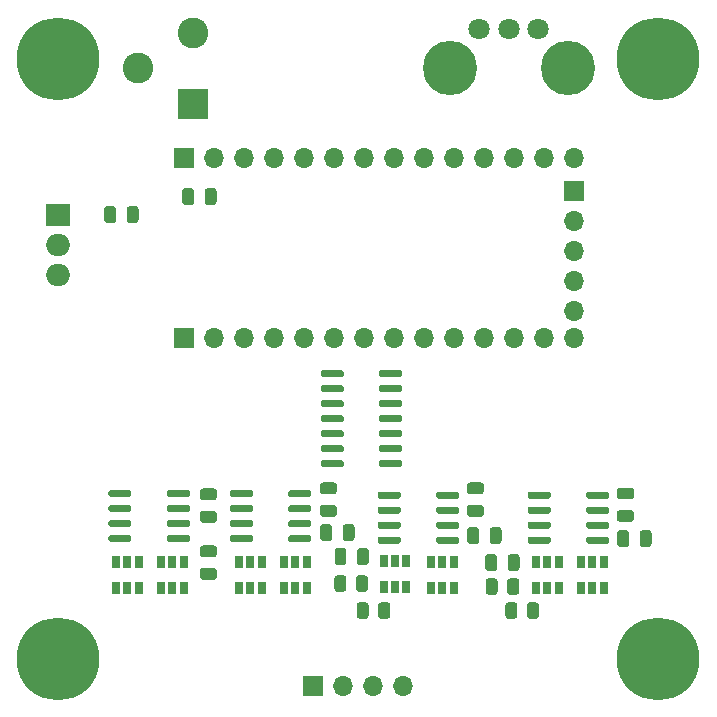
<source format=gbr>
G04 #@! TF.GenerationSoftware,KiCad,Pcbnew,5.1.7-a382d34a8~88~ubuntu18.04.1*
G04 #@! TF.CreationDate,2021-08-02T14:04:30-07:00*
G04 #@! TF.ProjectId,tumbler_gen3,74756d62-6c65-4725-9f67-656e332e6b69,V1.7*
G04 #@! TF.SameCoordinates,Original*
G04 #@! TF.FileFunction,Soldermask,Top*
G04 #@! TF.FilePolarity,Negative*
%FSLAX46Y46*%
G04 Gerber Fmt 4.6, Leading zero omitted, Abs format (unit mm)*
G04 Created by KiCad (PCBNEW 5.1.7-a382d34a8~88~ubuntu18.04.1) date 2021-08-02 14:04:30*
%MOMM*%
%LPD*%
G01*
G04 APERTURE LIST*
%ADD10C,7.000000*%
%ADD11C,2.600000*%
%ADD12R,2.600000X2.600000*%
%ADD13O,1.700000X1.700000*%
%ADD14R,1.700000X1.700000*%
%ADD15O,2.000000X1.905000*%
%ADD16R,2.000000X1.905000*%
%ADD17C,4.600000*%
%ADD18C,1.800000*%
%ADD19R,0.650000X1.060000*%
G04 APERTURE END LIST*
D10*
X240792000Y-161290000D03*
X189992000Y-161290000D03*
G36*
G01*
X214368000Y-152179000D02*
X214368000Y-153129000D01*
G75*
G02*
X214118000Y-153379000I-250000J0D01*
G01*
X213618000Y-153379000D01*
G75*
G02*
X213368000Y-153129000I0J250000D01*
G01*
X213368000Y-152179000D01*
G75*
G02*
X213618000Y-151929000I250000J0D01*
G01*
X214118000Y-151929000D01*
G75*
G02*
X214368000Y-152179000I0J-250000D01*
G01*
G37*
G36*
G01*
X216268000Y-152179000D02*
X216268000Y-153129000D01*
G75*
G02*
X216018000Y-153379000I-250000J0D01*
G01*
X215518000Y-153379000D01*
G75*
G02*
X215268000Y-153129000I0J250000D01*
G01*
X215268000Y-152179000D01*
G75*
G02*
X215518000Y-151929000I250000J0D01*
G01*
X216018000Y-151929000D01*
G75*
G02*
X216268000Y-152179000I0J-250000D01*
G01*
G37*
G36*
G01*
X239210000Y-151605000D02*
X239210000Y-150655000D01*
G75*
G02*
X239460000Y-150405000I250000J0D01*
G01*
X239960000Y-150405000D01*
G75*
G02*
X240210000Y-150655000I0J-250000D01*
G01*
X240210000Y-151605000D01*
G75*
G02*
X239960000Y-151855000I-250000J0D01*
G01*
X239460000Y-151855000D01*
G75*
G02*
X239210000Y-151605000I0J250000D01*
G01*
G37*
G36*
G01*
X237310000Y-151605000D02*
X237310000Y-150655000D01*
G75*
G02*
X237560000Y-150405000I250000J0D01*
G01*
X238060000Y-150405000D01*
G75*
G02*
X238310000Y-150655000I0J-250000D01*
G01*
X238310000Y-151605000D01*
G75*
G02*
X238060000Y-151855000I-250000J0D01*
G01*
X237560000Y-151855000D01*
G75*
G02*
X237310000Y-151605000I0J250000D01*
G01*
G37*
G36*
G01*
X226510000Y-151351000D02*
X226510000Y-150401000D01*
G75*
G02*
X226760000Y-150151000I250000J0D01*
G01*
X227260000Y-150151000D01*
G75*
G02*
X227510000Y-150401000I0J-250000D01*
G01*
X227510000Y-151351000D01*
G75*
G02*
X227260000Y-151601000I-250000J0D01*
G01*
X226760000Y-151601000D01*
G75*
G02*
X226510000Y-151351000I0J250000D01*
G01*
G37*
G36*
G01*
X224610000Y-151351000D02*
X224610000Y-150401000D01*
G75*
G02*
X224860000Y-150151000I250000J0D01*
G01*
X225360000Y-150151000D01*
G75*
G02*
X225610000Y-150401000I0J-250000D01*
G01*
X225610000Y-151351000D01*
G75*
G02*
X225360000Y-151601000I-250000J0D01*
G01*
X224860000Y-151601000D01*
G75*
G02*
X224610000Y-151351000I0J250000D01*
G01*
G37*
G36*
G01*
X214064000Y-151097000D02*
X214064000Y-150147000D01*
G75*
G02*
X214314000Y-149897000I250000J0D01*
G01*
X214814000Y-149897000D01*
G75*
G02*
X215064000Y-150147000I0J-250000D01*
G01*
X215064000Y-151097000D01*
G75*
G02*
X214814000Y-151347000I-250000J0D01*
G01*
X214314000Y-151347000D01*
G75*
G02*
X214064000Y-151097000I0J250000D01*
G01*
G37*
G36*
G01*
X212164000Y-151097000D02*
X212164000Y-150147000D01*
G75*
G02*
X212414000Y-149897000I250000J0D01*
G01*
X212914000Y-149897000D01*
G75*
G02*
X213164000Y-150147000I0J-250000D01*
G01*
X213164000Y-151097000D01*
G75*
G02*
X212914000Y-151347000I-250000J0D01*
G01*
X212414000Y-151347000D01*
G75*
G02*
X212164000Y-151097000I0J250000D01*
G01*
G37*
G36*
G01*
X202217000Y-153612000D02*
X203167000Y-153612000D01*
G75*
G02*
X203417000Y-153862000I0J-250000D01*
G01*
X203417000Y-154362000D01*
G75*
G02*
X203167000Y-154612000I-250000J0D01*
G01*
X202217000Y-154612000D01*
G75*
G02*
X201967000Y-154362000I0J250000D01*
G01*
X201967000Y-153862000D01*
G75*
G02*
X202217000Y-153612000I250000J0D01*
G01*
G37*
G36*
G01*
X202217000Y-151712000D02*
X203167000Y-151712000D01*
G75*
G02*
X203417000Y-151962000I0J-250000D01*
G01*
X203417000Y-152462000D01*
G75*
G02*
X203167000Y-152712000I-250000J0D01*
G01*
X202217000Y-152712000D01*
G75*
G02*
X201967000Y-152462000I0J250000D01*
G01*
X201967000Y-151962000D01*
G75*
G02*
X202217000Y-151712000I250000J0D01*
G01*
G37*
X240792000Y-110490000D03*
X189992000Y-110490000D03*
D11*
X196722000Y-111300000D03*
X201422000Y-108300000D03*
D12*
X201422000Y-114300000D03*
D13*
X219202000Y-163576000D03*
X216662000Y-163576000D03*
X214122000Y-163576000D03*
D14*
X211582000Y-163576000D03*
D15*
X189992000Y-128778000D03*
X189992000Y-126238000D03*
D16*
X189992000Y-123698000D03*
D17*
X233132000Y-111250000D03*
X223132000Y-111250000D03*
D18*
X230632000Y-107950000D03*
X228132000Y-107950000D03*
X225632000Y-107950000D03*
G36*
G01*
X231672000Y-151107000D02*
X231672000Y-151407000D01*
G75*
G02*
X231522000Y-151557000I-150000J0D01*
G01*
X229872000Y-151557000D01*
G75*
G02*
X229722000Y-151407000I0J150000D01*
G01*
X229722000Y-151107000D01*
G75*
G02*
X229872000Y-150957000I150000J0D01*
G01*
X231522000Y-150957000D01*
G75*
G02*
X231672000Y-151107000I0J-150000D01*
G01*
G37*
G36*
G01*
X231672000Y-149837000D02*
X231672000Y-150137000D01*
G75*
G02*
X231522000Y-150287000I-150000J0D01*
G01*
X229872000Y-150287000D01*
G75*
G02*
X229722000Y-150137000I0J150000D01*
G01*
X229722000Y-149837000D01*
G75*
G02*
X229872000Y-149687000I150000J0D01*
G01*
X231522000Y-149687000D01*
G75*
G02*
X231672000Y-149837000I0J-150000D01*
G01*
G37*
G36*
G01*
X231672000Y-148567000D02*
X231672000Y-148867000D01*
G75*
G02*
X231522000Y-149017000I-150000J0D01*
G01*
X229872000Y-149017000D01*
G75*
G02*
X229722000Y-148867000I0J150000D01*
G01*
X229722000Y-148567000D01*
G75*
G02*
X229872000Y-148417000I150000J0D01*
G01*
X231522000Y-148417000D01*
G75*
G02*
X231672000Y-148567000I0J-150000D01*
G01*
G37*
G36*
G01*
X231672000Y-147297000D02*
X231672000Y-147597000D01*
G75*
G02*
X231522000Y-147747000I-150000J0D01*
G01*
X229872000Y-147747000D01*
G75*
G02*
X229722000Y-147597000I0J150000D01*
G01*
X229722000Y-147297000D01*
G75*
G02*
X229872000Y-147147000I150000J0D01*
G01*
X231522000Y-147147000D01*
G75*
G02*
X231672000Y-147297000I0J-150000D01*
G01*
G37*
G36*
G01*
X236622000Y-147297000D02*
X236622000Y-147597000D01*
G75*
G02*
X236472000Y-147747000I-150000J0D01*
G01*
X234822000Y-147747000D01*
G75*
G02*
X234672000Y-147597000I0J150000D01*
G01*
X234672000Y-147297000D01*
G75*
G02*
X234822000Y-147147000I150000J0D01*
G01*
X236472000Y-147147000D01*
G75*
G02*
X236622000Y-147297000I0J-150000D01*
G01*
G37*
G36*
G01*
X236622000Y-148567000D02*
X236622000Y-148867000D01*
G75*
G02*
X236472000Y-149017000I-150000J0D01*
G01*
X234822000Y-149017000D01*
G75*
G02*
X234672000Y-148867000I0J150000D01*
G01*
X234672000Y-148567000D01*
G75*
G02*
X234822000Y-148417000I150000J0D01*
G01*
X236472000Y-148417000D01*
G75*
G02*
X236622000Y-148567000I0J-150000D01*
G01*
G37*
G36*
G01*
X236622000Y-149837000D02*
X236622000Y-150137000D01*
G75*
G02*
X236472000Y-150287000I-150000J0D01*
G01*
X234822000Y-150287000D01*
G75*
G02*
X234672000Y-150137000I0J150000D01*
G01*
X234672000Y-149837000D01*
G75*
G02*
X234822000Y-149687000I150000J0D01*
G01*
X236472000Y-149687000D01*
G75*
G02*
X236622000Y-149837000I0J-150000D01*
G01*
G37*
G36*
G01*
X236622000Y-151107000D02*
X236622000Y-151407000D01*
G75*
G02*
X236472000Y-151557000I-150000J0D01*
G01*
X234822000Y-151557000D01*
G75*
G02*
X234672000Y-151407000I0J150000D01*
G01*
X234672000Y-151107000D01*
G75*
G02*
X234822000Y-150957000I150000J0D01*
G01*
X236472000Y-150957000D01*
G75*
G02*
X236622000Y-151107000I0J-150000D01*
G01*
G37*
G36*
G01*
X218972000Y-151107000D02*
X218972000Y-151407000D01*
G75*
G02*
X218822000Y-151557000I-150000J0D01*
G01*
X217172000Y-151557000D01*
G75*
G02*
X217022000Y-151407000I0J150000D01*
G01*
X217022000Y-151107000D01*
G75*
G02*
X217172000Y-150957000I150000J0D01*
G01*
X218822000Y-150957000D01*
G75*
G02*
X218972000Y-151107000I0J-150000D01*
G01*
G37*
G36*
G01*
X218972000Y-149837000D02*
X218972000Y-150137000D01*
G75*
G02*
X218822000Y-150287000I-150000J0D01*
G01*
X217172000Y-150287000D01*
G75*
G02*
X217022000Y-150137000I0J150000D01*
G01*
X217022000Y-149837000D01*
G75*
G02*
X217172000Y-149687000I150000J0D01*
G01*
X218822000Y-149687000D01*
G75*
G02*
X218972000Y-149837000I0J-150000D01*
G01*
G37*
G36*
G01*
X218972000Y-148567000D02*
X218972000Y-148867000D01*
G75*
G02*
X218822000Y-149017000I-150000J0D01*
G01*
X217172000Y-149017000D01*
G75*
G02*
X217022000Y-148867000I0J150000D01*
G01*
X217022000Y-148567000D01*
G75*
G02*
X217172000Y-148417000I150000J0D01*
G01*
X218822000Y-148417000D01*
G75*
G02*
X218972000Y-148567000I0J-150000D01*
G01*
G37*
G36*
G01*
X218972000Y-147297000D02*
X218972000Y-147597000D01*
G75*
G02*
X218822000Y-147747000I-150000J0D01*
G01*
X217172000Y-147747000D01*
G75*
G02*
X217022000Y-147597000I0J150000D01*
G01*
X217022000Y-147297000D01*
G75*
G02*
X217172000Y-147147000I150000J0D01*
G01*
X218822000Y-147147000D01*
G75*
G02*
X218972000Y-147297000I0J-150000D01*
G01*
G37*
G36*
G01*
X223922000Y-147297000D02*
X223922000Y-147597000D01*
G75*
G02*
X223772000Y-147747000I-150000J0D01*
G01*
X222122000Y-147747000D01*
G75*
G02*
X221972000Y-147597000I0J150000D01*
G01*
X221972000Y-147297000D01*
G75*
G02*
X222122000Y-147147000I150000J0D01*
G01*
X223772000Y-147147000D01*
G75*
G02*
X223922000Y-147297000I0J-150000D01*
G01*
G37*
G36*
G01*
X223922000Y-148567000D02*
X223922000Y-148867000D01*
G75*
G02*
X223772000Y-149017000I-150000J0D01*
G01*
X222122000Y-149017000D01*
G75*
G02*
X221972000Y-148867000I0J150000D01*
G01*
X221972000Y-148567000D01*
G75*
G02*
X222122000Y-148417000I150000J0D01*
G01*
X223772000Y-148417000D01*
G75*
G02*
X223922000Y-148567000I0J-150000D01*
G01*
G37*
G36*
G01*
X223922000Y-149837000D02*
X223922000Y-150137000D01*
G75*
G02*
X223772000Y-150287000I-150000J0D01*
G01*
X222122000Y-150287000D01*
G75*
G02*
X221972000Y-150137000I0J150000D01*
G01*
X221972000Y-149837000D01*
G75*
G02*
X222122000Y-149687000I150000J0D01*
G01*
X223772000Y-149687000D01*
G75*
G02*
X223922000Y-149837000I0J-150000D01*
G01*
G37*
G36*
G01*
X223922000Y-151107000D02*
X223922000Y-151407000D01*
G75*
G02*
X223772000Y-151557000I-150000J0D01*
G01*
X222122000Y-151557000D01*
G75*
G02*
X221972000Y-151407000I0J150000D01*
G01*
X221972000Y-151107000D01*
G75*
G02*
X222122000Y-150957000I150000J0D01*
G01*
X223772000Y-150957000D01*
G75*
G02*
X223922000Y-151107000I0J-150000D01*
G01*
G37*
G36*
G01*
X196177000Y-150980000D02*
X196177000Y-151280000D01*
G75*
G02*
X196027000Y-151430000I-150000J0D01*
G01*
X194377000Y-151430000D01*
G75*
G02*
X194227000Y-151280000I0J150000D01*
G01*
X194227000Y-150980000D01*
G75*
G02*
X194377000Y-150830000I150000J0D01*
G01*
X196027000Y-150830000D01*
G75*
G02*
X196177000Y-150980000I0J-150000D01*
G01*
G37*
G36*
G01*
X196177000Y-149710000D02*
X196177000Y-150010000D01*
G75*
G02*
X196027000Y-150160000I-150000J0D01*
G01*
X194377000Y-150160000D01*
G75*
G02*
X194227000Y-150010000I0J150000D01*
G01*
X194227000Y-149710000D01*
G75*
G02*
X194377000Y-149560000I150000J0D01*
G01*
X196027000Y-149560000D01*
G75*
G02*
X196177000Y-149710000I0J-150000D01*
G01*
G37*
G36*
G01*
X196177000Y-148440000D02*
X196177000Y-148740000D01*
G75*
G02*
X196027000Y-148890000I-150000J0D01*
G01*
X194377000Y-148890000D01*
G75*
G02*
X194227000Y-148740000I0J150000D01*
G01*
X194227000Y-148440000D01*
G75*
G02*
X194377000Y-148290000I150000J0D01*
G01*
X196027000Y-148290000D01*
G75*
G02*
X196177000Y-148440000I0J-150000D01*
G01*
G37*
G36*
G01*
X196177000Y-147170000D02*
X196177000Y-147470000D01*
G75*
G02*
X196027000Y-147620000I-150000J0D01*
G01*
X194377000Y-147620000D01*
G75*
G02*
X194227000Y-147470000I0J150000D01*
G01*
X194227000Y-147170000D01*
G75*
G02*
X194377000Y-147020000I150000J0D01*
G01*
X196027000Y-147020000D01*
G75*
G02*
X196177000Y-147170000I0J-150000D01*
G01*
G37*
G36*
G01*
X201127000Y-147170000D02*
X201127000Y-147470000D01*
G75*
G02*
X200977000Y-147620000I-150000J0D01*
G01*
X199327000Y-147620000D01*
G75*
G02*
X199177000Y-147470000I0J150000D01*
G01*
X199177000Y-147170000D01*
G75*
G02*
X199327000Y-147020000I150000J0D01*
G01*
X200977000Y-147020000D01*
G75*
G02*
X201127000Y-147170000I0J-150000D01*
G01*
G37*
G36*
G01*
X201127000Y-148440000D02*
X201127000Y-148740000D01*
G75*
G02*
X200977000Y-148890000I-150000J0D01*
G01*
X199327000Y-148890000D01*
G75*
G02*
X199177000Y-148740000I0J150000D01*
G01*
X199177000Y-148440000D01*
G75*
G02*
X199327000Y-148290000I150000J0D01*
G01*
X200977000Y-148290000D01*
G75*
G02*
X201127000Y-148440000I0J-150000D01*
G01*
G37*
G36*
G01*
X201127000Y-149710000D02*
X201127000Y-150010000D01*
G75*
G02*
X200977000Y-150160000I-150000J0D01*
G01*
X199327000Y-150160000D01*
G75*
G02*
X199177000Y-150010000I0J150000D01*
G01*
X199177000Y-149710000D01*
G75*
G02*
X199327000Y-149560000I150000J0D01*
G01*
X200977000Y-149560000D01*
G75*
G02*
X201127000Y-149710000I0J-150000D01*
G01*
G37*
G36*
G01*
X201127000Y-150980000D02*
X201127000Y-151280000D01*
G75*
G02*
X200977000Y-151430000I-150000J0D01*
G01*
X199327000Y-151430000D01*
G75*
G02*
X199177000Y-151280000I0J150000D01*
G01*
X199177000Y-150980000D01*
G75*
G02*
X199327000Y-150830000I150000J0D01*
G01*
X200977000Y-150830000D01*
G75*
G02*
X201127000Y-150980000I0J-150000D01*
G01*
G37*
G36*
G01*
X206461000Y-150980000D02*
X206461000Y-151280000D01*
G75*
G02*
X206311000Y-151430000I-150000J0D01*
G01*
X204661000Y-151430000D01*
G75*
G02*
X204511000Y-151280000I0J150000D01*
G01*
X204511000Y-150980000D01*
G75*
G02*
X204661000Y-150830000I150000J0D01*
G01*
X206311000Y-150830000D01*
G75*
G02*
X206461000Y-150980000I0J-150000D01*
G01*
G37*
G36*
G01*
X206461000Y-149710000D02*
X206461000Y-150010000D01*
G75*
G02*
X206311000Y-150160000I-150000J0D01*
G01*
X204661000Y-150160000D01*
G75*
G02*
X204511000Y-150010000I0J150000D01*
G01*
X204511000Y-149710000D01*
G75*
G02*
X204661000Y-149560000I150000J0D01*
G01*
X206311000Y-149560000D01*
G75*
G02*
X206461000Y-149710000I0J-150000D01*
G01*
G37*
G36*
G01*
X206461000Y-148440000D02*
X206461000Y-148740000D01*
G75*
G02*
X206311000Y-148890000I-150000J0D01*
G01*
X204661000Y-148890000D01*
G75*
G02*
X204511000Y-148740000I0J150000D01*
G01*
X204511000Y-148440000D01*
G75*
G02*
X204661000Y-148290000I150000J0D01*
G01*
X206311000Y-148290000D01*
G75*
G02*
X206461000Y-148440000I0J-150000D01*
G01*
G37*
G36*
G01*
X206461000Y-147170000D02*
X206461000Y-147470000D01*
G75*
G02*
X206311000Y-147620000I-150000J0D01*
G01*
X204661000Y-147620000D01*
G75*
G02*
X204511000Y-147470000I0J150000D01*
G01*
X204511000Y-147170000D01*
G75*
G02*
X204661000Y-147020000I150000J0D01*
G01*
X206311000Y-147020000D01*
G75*
G02*
X206461000Y-147170000I0J-150000D01*
G01*
G37*
G36*
G01*
X211411000Y-147170000D02*
X211411000Y-147470000D01*
G75*
G02*
X211261000Y-147620000I-150000J0D01*
G01*
X209611000Y-147620000D01*
G75*
G02*
X209461000Y-147470000I0J150000D01*
G01*
X209461000Y-147170000D01*
G75*
G02*
X209611000Y-147020000I150000J0D01*
G01*
X211261000Y-147020000D01*
G75*
G02*
X211411000Y-147170000I0J-150000D01*
G01*
G37*
G36*
G01*
X211411000Y-148440000D02*
X211411000Y-148740000D01*
G75*
G02*
X211261000Y-148890000I-150000J0D01*
G01*
X209611000Y-148890000D01*
G75*
G02*
X209461000Y-148740000I0J150000D01*
G01*
X209461000Y-148440000D01*
G75*
G02*
X209611000Y-148290000I150000J0D01*
G01*
X211261000Y-148290000D01*
G75*
G02*
X211411000Y-148440000I0J-150000D01*
G01*
G37*
G36*
G01*
X211411000Y-149710000D02*
X211411000Y-150010000D01*
G75*
G02*
X211261000Y-150160000I-150000J0D01*
G01*
X209611000Y-150160000D01*
G75*
G02*
X209461000Y-150010000I0J150000D01*
G01*
X209461000Y-149710000D01*
G75*
G02*
X209611000Y-149560000I150000J0D01*
G01*
X211261000Y-149560000D01*
G75*
G02*
X211411000Y-149710000I0J-150000D01*
G01*
G37*
G36*
G01*
X211411000Y-150980000D02*
X211411000Y-151280000D01*
G75*
G02*
X211261000Y-151430000I-150000J0D01*
G01*
X209611000Y-151430000D01*
G75*
G02*
X209461000Y-151280000I0J150000D01*
G01*
X209461000Y-150980000D01*
G75*
G02*
X209611000Y-150830000I150000J0D01*
G01*
X211261000Y-150830000D01*
G75*
G02*
X211411000Y-150980000I0J-150000D01*
G01*
G37*
G36*
G01*
X214146000Y-144630000D02*
X214146000Y-144930000D01*
G75*
G02*
X213996000Y-145080000I-150000J0D01*
G01*
X212346000Y-145080000D01*
G75*
G02*
X212196000Y-144930000I0J150000D01*
G01*
X212196000Y-144630000D01*
G75*
G02*
X212346000Y-144480000I150000J0D01*
G01*
X213996000Y-144480000D01*
G75*
G02*
X214146000Y-144630000I0J-150000D01*
G01*
G37*
G36*
G01*
X214146000Y-143360000D02*
X214146000Y-143660000D01*
G75*
G02*
X213996000Y-143810000I-150000J0D01*
G01*
X212346000Y-143810000D01*
G75*
G02*
X212196000Y-143660000I0J150000D01*
G01*
X212196000Y-143360000D01*
G75*
G02*
X212346000Y-143210000I150000J0D01*
G01*
X213996000Y-143210000D01*
G75*
G02*
X214146000Y-143360000I0J-150000D01*
G01*
G37*
G36*
G01*
X214146000Y-142090000D02*
X214146000Y-142390000D01*
G75*
G02*
X213996000Y-142540000I-150000J0D01*
G01*
X212346000Y-142540000D01*
G75*
G02*
X212196000Y-142390000I0J150000D01*
G01*
X212196000Y-142090000D01*
G75*
G02*
X212346000Y-141940000I150000J0D01*
G01*
X213996000Y-141940000D01*
G75*
G02*
X214146000Y-142090000I0J-150000D01*
G01*
G37*
G36*
G01*
X214146000Y-140820000D02*
X214146000Y-141120000D01*
G75*
G02*
X213996000Y-141270000I-150000J0D01*
G01*
X212346000Y-141270000D01*
G75*
G02*
X212196000Y-141120000I0J150000D01*
G01*
X212196000Y-140820000D01*
G75*
G02*
X212346000Y-140670000I150000J0D01*
G01*
X213996000Y-140670000D01*
G75*
G02*
X214146000Y-140820000I0J-150000D01*
G01*
G37*
G36*
G01*
X214146000Y-139550000D02*
X214146000Y-139850000D01*
G75*
G02*
X213996000Y-140000000I-150000J0D01*
G01*
X212346000Y-140000000D01*
G75*
G02*
X212196000Y-139850000I0J150000D01*
G01*
X212196000Y-139550000D01*
G75*
G02*
X212346000Y-139400000I150000J0D01*
G01*
X213996000Y-139400000D01*
G75*
G02*
X214146000Y-139550000I0J-150000D01*
G01*
G37*
G36*
G01*
X214146000Y-138280000D02*
X214146000Y-138580000D01*
G75*
G02*
X213996000Y-138730000I-150000J0D01*
G01*
X212346000Y-138730000D01*
G75*
G02*
X212196000Y-138580000I0J150000D01*
G01*
X212196000Y-138280000D01*
G75*
G02*
X212346000Y-138130000I150000J0D01*
G01*
X213996000Y-138130000D01*
G75*
G02*
X214146000Y-138280000I0J-150000D01*
G01*
G37*
G36*
G01*
X214146000Y-137010000D02*
X214146000Y-137310000D01*
G75*
G02*
X213996000Y-137460000I-150000J0D01*
G01*
X212346000Y-137460000D01*
G75*
G02*
X212196000Y-137310000I0J150000D01*
G01*
X212196000Y-137010000D01*
G75*
G02*
X212346000Y-136860000I150000J0D01*
G01*
X213996000Y-136860000D01*
G75*
G02*
X214146000Y-137010000I0J-150000D01*
G01*
G37*
G36*
G01*
X219096000Y-137010000D02*
X219096000Y-137310000D01*
G75*
G02*
X218946000Y-137460000I-150000J0D01*
G01*
X217296000Y-137460000D01*
G75*
G02*
X217146000Y-137310000I0J150000D01*
G01*
X217146000Y-137010000D01*
G75*
G02*
X217296000Y-136860000I150000J0D01*
G01*
X218946000Y-136860000D01*
G75*
G02*
X219096000Y-137010000I0J-150000D01*
G01*
G37*
G36*
G01*
X219096000Y-138280000D02*
X219096000Y-138580000D01*
G75*
G02*
X218946000Y-138730000I-150000J0D01*
G01*
X217296000Y-138730000D01*
G75*
G02*
X217146000Y-138580000I0J150000D01*
G01*
X217146000Y-138280000D01*
G75*
G02*
X217296000Y-138130000I150000J0D01*
G01*
X218946000Y-138130000D01*
G75*
G02*
X219096000Y-138280000I0J-150000D01*
G01*
G37*
G36*
G01*
X219096000Y-139550000D02*
X219096000Y-139850000D01*
G75*
G02*
X218946000Y-140000000I-150000J0D01*
G01*
X217296000Y-140000000D01*
G75*
G02*
X217146000Y-139850000I0J150000D01*
G01*
X217146000Y-139550000D01*
G75*
G02*
X217296000Y-139400000I150000J0D01*
G01*
X218946000Y-139400000D01*
G75*
G02*
X219096000Y-139550000I0J-150000D01*
G01*
G37*
G36*
G01*
X219096000Y-140820000D02*
X219096000Y-141120000D01*
G75*
G02*
X218946000Y-141270000I-150000J0D01*
G01*
X217296000Y-141270000D01*
G75*
G02*
X217146000Y-141120000I0J150000D01*
G01*
X217146000Y-140820000D01*
G75*
G02*
X217296000Y-140670000I150000J0D01*
G01*
X218946000Y-140670000D01*
G75*
G02*
X219096000Y-140820000I0J-150000D01*
G01*
G37*
G36*
G01*
X219096000Y-142090000D02*
X219096000Y-142390000D01*
G75*
G02*
X218946000Y-142540000I-150000J0D01*
G01*
X217296000Y-142540000D01*
G75*
G02*
X217146000Y-142390000I0J150000D01*
G01*
X217146000Y-142090000D01*
G75*
G02*
X217296000Y-141940000I150000J0D01*
G01*
X218946000Y-141940000D01*
G75*
G02*
X219096000Y-142090000I0J-150000D01*
G01*
G37*
G36*
G01*
X219096000Y-143360000D02*
X219096000Y-143660000D01*
G75*
G02*
X218946000Y-143810000I-150000J0D01*
G01*
X217296000Y-143810000D01*
G75*
G02*
X217146000Y-143660000I0J150000D01*
G01*
X217146000Y-143360000D01*
G75*
G02*
X217296000Y-143210000I150000J0D01*
G01*
X218946000Y-143210000D01*
G75*
G02*
X219096000Y-143360000I0J-150000D01*
G01*
G37*
G36*
G01*
X219096000Y-144630000D02*
X219096000Y-144930000D01*
G75*
G02*
X218946000Y-145080000I-150000J0D01*
G01*
X217296000Y-145080000D01*
G75*
G02*
X217146000Y-144930000I0J150000D01*
G01*
X217146000Y-144630000D01*
G75*
G02*
X217296000Y-144480000I150000J0D01*
G01*
X218946000Y-144480000D01*
G75*
G02*
X219096000Y-144630000I0J-150000D01*
G01*
G37*
G36*
G01*
X228858500Y-156775998D02*
X228858500Y-157676002D01*
G75*
G02*
X228608502Y-157926000I-249998J0D01*
G01*
X228083498Y-157926000D01*
G75*
G02*
X227833500Y-157676002I0J249998D01*
G01*
X227833500Y-156775998D01*
G75*
G02*
X228083498Y-156526000I249998J0D01*
G01*
X228608502Y-156526000D01*
G75*
G02*
X228858500Y-156775998I0J-249998D01*
G01*
G37*
G36*
G01*
X230683500Y-156775998D02*
X230683500Y-157676002D01*
G75*
G02*
X230433502Y-157926000I-249998J0D01*
G01*
X229908498Y-157926000D01*
G75*
G02*
X229658500Y-157676002I0J249998D01*
G01*
X229658500Y-156775998D01*
G75*
G02*
X229908498Y-156526000I249998J0D01*
G01*
X230433502Y-156526000D01*
G75*
G02*
X230683500Y-156775998I0J-249998D01*
G01*
G37*
G36*
G01*
X216262000Y-156775998D02*
X216262000Y-157676002D01*
G75*
G02*
X216012002Y-157926000I-249998J0D01*
G01*
X215486998Y-157926000D01*
G75*
G02*
X215237000Y-157676002I0J249998D01*
G01*
X215237000Y-156775998D01*
G75*
G02*
X215486998Y-156526000I249998J0D01*
G01*
X216012002Y-156526000D01*
G75*
G02*
X216262000Y-156775998I0J-249998D01*
G01*
G37*
G36*
G01*
X218087000Y-156775998D02*
X218087000Y-157676002D01*
G75*
G02*
X217837002Y-157926000I-249998J0D01*
G01*
X217311998Y-157926000D01*
G75*
G02*
X217062000Y-157676002I0J249998D01*
G01*
X217062000Y-156775998D01*
G75*
G02*
X217311998Y-156526000I249998J0D01*
G01*
X217837002Y-156526000D01*
G75*
G02*
X218087000Y-156775998I0J-249998D01*
G01*
G37*
G36*
G01*
X227184000Y-154743998D02*
X227184000Y-155644002D01*
G75*
G02*
X226934002Y-155894000I-249998J0D01*
G01*
X226408998Y-155894000D01*
G75*
G02*
X226159000Y-155644002I0J249998D01*
G01*
X226159000Y-154743998D01*
G75*
G02*
X226408998Y-154494000I249998J0D01*
G01*
X226934002Y-154494000D01*
G75*
G02*
X227184000Y-154743998I0J-249998D01*
G01*
G37*
G36*
G01*
X229009000Y-154743998D02*
X229009000Y-155644002D01*
G75*
G02*
X228759002Y-155894000I-249998J0D01*
G01*
X228233998Y-155894000D01*
G75*
G02*
X227984000Y-155644002I0J249998D01*
G01*
X227984000Y-154743998D01*
G75*
G02*
X228233998Y-154494000I249998J0D01*
G01*
X228759002Y-154494000D01*
G75*
G02*
X229009000Y-154743998I0J-249998D01*
G01*
G37*
G36*
G01*
X214380500Y-154489998D02*
X214380500Y-155390002D01*
G75*
G02*
X214130502Y-155640000I-249998J0D01*
G01*
X213605498Y-155640000D01*
G75*
G02*
X213355500Y-155390002I0J249998D01*
G01*
X213355500Y-154489998D01*
G75*
G02*
X213605498Y-154240000I249998J0D01*
G01*
X214130502Y-154240000D01*
G75*
G02*
X214380500Y-154489998I0J-249998D01*
G01*
G37*
G36*
G01*
X216205500Y-154489998D02*
X216205500Y-155390002D01*
G75*
G02*
X215955502Y-155640000I-249998J0D01*
G01*
X215430498Y-155640000D01*
G75*
G02*
X215180500Y-155390002I0J249998D01*
G01*
X215180500Y-154489998D01*
G75*
G02*
X215430498Y-154240000I249998J0D01*
G01*
X215955502Y-154240000D01*
G75*
G02*
X216205500Y-154489998I0J-249998D01*
G01*
G37*
D19*
X231394000Y-155278000D03*
X232344000Y-155278000D03*
X230444000Y-155278000D03*
X230444000Y-153078000D03*
X231394000Y-153078000D03*
X232344000Y-153078000D03*
X235204000Y-155278000D03*
X236154000Y-155278000D03*
X234254000Y-155278000D03*
X234254000Y-153078000D03*
X235204000Y-153078000D03*
X236154000Y-153078000D03*
X195834000Y-155278000D03*
X196784000Y-155278000D03*
X194884000Y-155278000D03*
X194884000Y-153078000D03*
X195834000Y-153078000D03*
X196784000Y-153078000D03*
X199644000Y-155278000D03*
X200594000Y-155278000D03*
X198694000Y-155278000D03*
X198694000Y-153078000D03*
X199644000Y-153078000D03*
X200594000Y-153078000D03*
X218506000Y-155194000D03*
X219456000Y-155194000D03*
X217556000Y-155194000D03*
X217556000Y-152994000D03*
X218506000Y-152994000D03*
X219456000Y-152994000D03*
X222504000Y-155278000D03*
X223454000Y-155278000D03*
X221554000Y-155278000D03*
X221554000Y-153078000D03*
X222504000Y-153078000D03*
X223454000Y-153078000D03*
X206248000Y-155278000D03*
X207198000Y-155278000D03*
X205298000Y-155278000D03*
X205298000Y-153078000D03*
X206248000Y-153078000D03*
X207198000Y-153078000D03*
X210058000Y-155278000D03*
X211008000Y-155278000D03*
X209108000Y-155278000D03*
X209108000Y-153078000D03*
X210058000Y-153078000D03*
X211008000Y-153078000D03*
G36*
G01*
X238473000Y-147820000D02*
X237523000Y-147820000D01*
G75*
G02*
X237273000Y-147570000I0J250000D01*
G01*
X237273000Y-147070000D01*
G75*
G02*
X237523000Y-146820000I250000J0D01*
G01*
X238473000Y-146820000D01*
G75*
G02*
X238723000Y-147070000I0J-250000D01*
G01*
X238723000Y-147570000D01*
G75*
G02*
X238473000Y-147820000I-250000J0D01*
G01*
G37*
G36*
G01*
X238473000Y-149720000D02*
X237523000Y-149720000D01*
G75*
G02*
X237273000Y-149470000I0J250000D01*
G01*
X237273000Y-148970000D01*
G75*
G02*
X237523000Y-148720000I250000J0D01*
G01*
X238473000Y-148720000D01*
G75*
G02*
X238723000Y-148970000I0J-250000D01*
G01*
X238723000Y-149470000D01*
G75*
G02*
X238473000Y-149720000I-250000J0D01*
G01*
G37*
G36*
G01*
X203167000Y-147886000D02*
X202217000Y-147886000D01*
G75*
G02*
X201967000Y-147636000I0J250000D01*
G01*
X201967000Y-147136000D01*
G75*
G02*
X202217000Y-146886000I250000J0D01*
G01*
X203167000Y-146886000D01*
G75*
G02*
X203417000Y-147136000I0J-250000D01*
G01*
X203417000Y-147636000D01*
G75*
G02*
X203167000Y-147886000I-250000J0D01*
G01*
G37*
G36*
G01*
X203167000Y-149786000D02*
X202217000Y-149786000D01*
G75*
G02*
X201967000Y-149536000I0J250000D01*
G01*
X201967000Y-149036000D01*
G75*
G02*
X202217000Y-148786000I250000J0D01*
G01*
X203167000Y-148786000D01*
G75*
G02*
X203417000Y-149036000I0J-250000D01*
G01*
X203417000Y-149536000D01*
G75*
G02*
X203167000Y-149786000I-250000J0D01*
G01*
G37*
G36*
G01*
X225773000Y-147378000D02*
X224823000Y-147378000D01*
G75*
G02*
X224573000Y-147128000I0J250000D01*
G01*
X224573000Y-146628000D01*
G75*
G02*
X224823000Y-146378000I250000J0D01*
G01*
X225773000Y-146378000D01*
G75*
G02*
X226023000Y-146628000I0J-250000D01*
G01*
X226023000Y-147128000D01*
G75*
G02*
X225773000Y-147378000I-250000J0D01*
G01*
G37*
G36*
G01*
X225773000Y-149278000D02*
X224823000Y-149278000D01*
G75*
G02*
X224573000Y-149028000I0J250000D01*
G01*
X224573000Y-148528000D01*
G75*
G02*
X224823000Y-148278000I250000J0D01*
G01*
X225773000Y-148278000D01*
G75*
G02*
X226023000Y-148528000I0J-250000D01*
G01*
X226023000Y-149028000D01*
G75*
G02*
X225773000Y-149278000I-250000J0D01*
G01*
G37*
G36*
G01*
X213327000Y-147378000D02*
X212377000Y-147378000D01*
G75*
G02*
X212127000Y-147128000I0J250000D01*
G01*
X212127000Y-146628000D01*
G75*
G02*
X212377000Y-146378000I250000J0D01*
G01*
X213327000Y-146378000D01*
G75*
G02*
X213577000Y-146628000I0J-250000D01*
G01*
X213577000Y-147128000D01*
G75*
G02*
X213327000Y-147378000I-250000J0D01*
G01*
G37*
G36*
G01*
X213327000Y-149278000D02*
X212377000Y-149278000D01*
G75*
G02*
X212127000Y-149028000I0J250000D01*
G01*
X212127000Y-148528000D01*
G75*
G02*
X212377000Y-148278000I250000J0D01*
G01*
X213327000Y-148278000D01*
G75*
G02*
X213577000Y-148528000I0J-250000D01*
G01*
X213577000Y-149028000D01*
G75*
G02*
X213327000Y-149278000I-250000J0D01*
G01*
G37*
G36*
G01*
X227134000Y-152687000D02*
X227134000Y-153637000D01*
G75*
G02*
X226884000Y-153887000I-250000J0D01*
G01*
X226384000Y-153887000D01*
G75*
G02*
X226134000Y-153637000I0J250000D01*
G01*
X226134000Y-152687000D01*
G75*
G02*
X226384000Y-152437000I250000J0D01*
G01*
X226884000Y-152437000D01*
G75*
G02*
X227134000Y-152687000I0J-250000D01*
G01*
G37*
G36*
G01*
X229034000Y-152687000D02*
X229034000Y-153637000D01*
G75*
G02*
X228784000Y-153887000I-250000J0D01*
G01*
X228284000Y-153887000D01*
G75*
G02*
X228034000Y-153637000I0J250000D01*
G01*
X228034000Y-152687000D01*
G75*
G02*
X228284000Y-152437000I250000J0D01*
G01*
X228784000Y-152437000D01*
G75*
G02*
X229034000Y-152687000I0J-250000D01*
G01*
G37*
G36*
G01*
X202380000Y-122649000D02*
X202380000Y-121699000D01*
G75*
G02*
X202630000Y-121449000I250000J0D01*
G01*
X203130000Y-121449000D01*
G75*
G02*
X203380000Y-121699000I0J-250000D01*
G01*
X203380000Y-122649000D01*
G75*
G02*
X203130000Y-122899000I-250000J0D01*
G01*
X202630000Y-122899000D01*
G75*
G02*
X202380000Y-122649000I0J250000D01*
G01*
G37*
G36*
G01*
X200480000Y-122649000D02*
X200480000Y-121699000D01*
G75*
G02*
X200730000Y-121449000I250000J0D01*
G01*
X201230000Y-121449000D01*
G75*
G02*
X201480000Y-121699000I0J-250000D01*
G01*
X201480000Y-122649000D01*
G75*
G02*
X201230000Y-122899000I-250000J0D01*
G01*
X200730000Y-122899000D01*
G75*
G02*
X200480000Y-122649000I0J250000D01*
G01*
G37*
G36*
G01*
X195776000Y-124173000D02*
X195776000Y-123223000D01*
G75*
G02*
X196026000Y-122973000I250000J0D01*
G01*
X196526000Y-122973000D01*
G75*
G02*
X196776000Y-123223000I0J-250000D01*
G01*
X196776000Y-124173000D01*
G75*
G02*
X196526000Y-124423000I-250000J0D01*
G01*
X196026000Y-124423000D01*
G75*
G02*
X195776000Y-124173000I0J250000D01*
G01*
G37*
G36*
G01*
X193876000Y-124173000D02*
X193876000Y-123223000D01*
G75*
G02*
X194126000Y-122973000I250000J0D01*
G01*
X194626000Y-122973000D01*
G75*
G02*
X194876000Y-123223000I0J-250000D01*
G01*
X194876000Y-124173000D01*
G75*
G02*
X194626000Y-124423000I-250000J0D01*
G01*
X194126000Y-124423000D01*
G75*
G02*
X193876000Y-124173000I0J250000D01*
G01*
G37*
D13*
X233680000Y-118872000D03*
X231140000Y-118872000D03*
X228600000Y-118872000D03*
X226060000Y-118872000D03*
X223520000Y-118872000D03*
X220980000Y-118872000D03*
X218440000Y-118872000D03*
X215900000Y-118872000D03*
X213360000Y-118872000D03*
X210820000Y-118872000D03*
X208280000Y-118872000D03*
X205740000Y-118872000D03*
X203200000Y-118872000D03*
D14*
X200660000Y-118872000D03*
D13*
X233680000Y-134112000D03*
X231140000Y-134112000D03*
X228600000Y-134112000D03*
X226060000Y-134112000D03*
X223520000Y-134112000D03*
X220980000Y-134112000D03*
X218440000Y-134112000D03*
X215900000Y-134112000D03*
X213360000Y-134112000D03*
X210820000Y-134112000D03*
X208280000Y-134112000D03*
X205740000Y-134112000D03*
X203200000Y-134112000D03*
D14*
X200660000Y-134112000D03*
D13*
X233680000Y-131826000D03*
X233680000Y-129286000D03*
X233680000Y-126746000D03*
X233680000Y-124206000D03*
D14*
X233680000Y-121666000D03*
M02*

</source>
